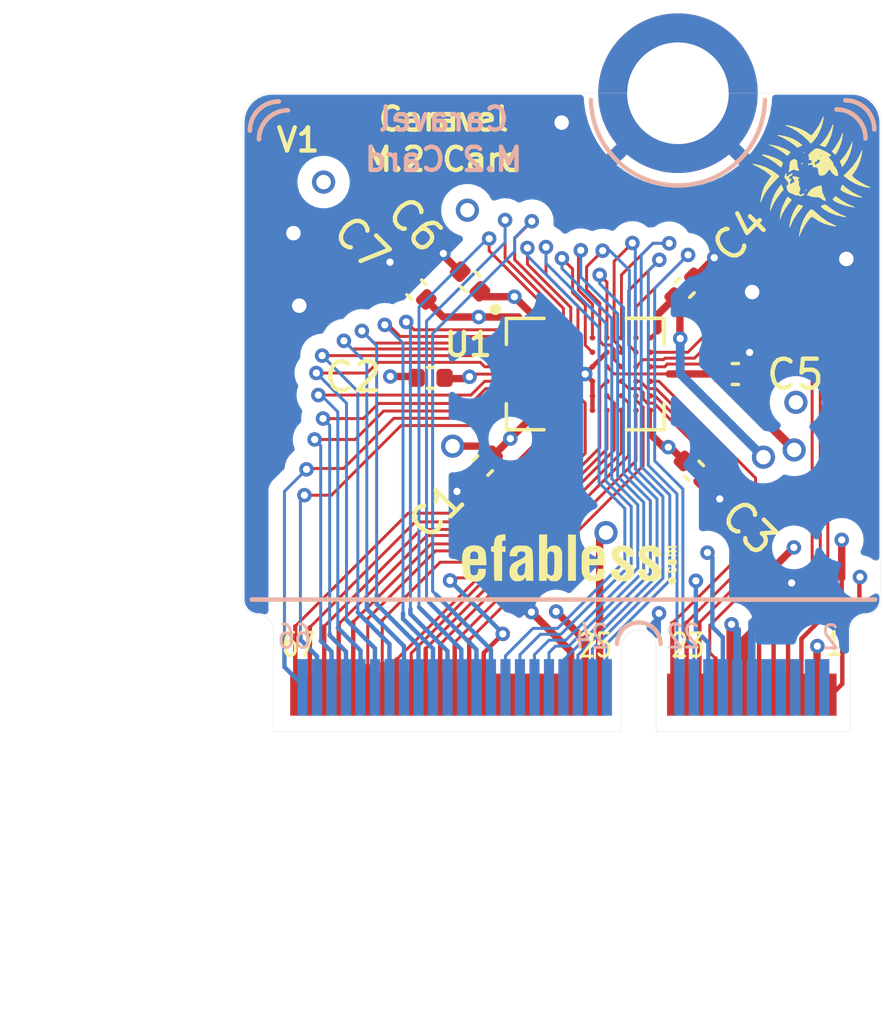
<source format=kicad_pcb>
(kicad_pcb (version 20221018) (generator pcbnew)
  (title_block (title "Carvel Breakout board as M.2 Card ") (rev "1") (company "Efabless") (comment 1 "4-layer Design") (comment 2 "0.8mm PCB") (comment 3 "45 degree chamfered edge"))
  (layers (0 "F.Cu" signal) (1 "In1.Cu" signal "GND") (2 "In2.Cu" signal "PWR") (31 "B.Cu" signal) (34 "B.Paste" user) (35 "F.Paste" user) (36 "B.SilkS" user "B.Silkscreen") (37 "F.SilkS" user "F.Silkscreen") (38 "B.Mask" user) (39 "F.Mask" user) (44 "Edge.Cuts" user))
  (net 0 "")
  (net 1 "GND")
  (net 2 "vccd2")
  (net 3 "vccd1")
  (net 4 "vdda2")
  (net 5 "vdda1")
  (net 6 "vddio")
  (net 7 "vdda")
  (net 8 "vccd")
  (net 14 "~{RST}")
  (net 15 "mprj_io[37]")
  (net 16 "xclk")
  (net 17 "mprj_io[36]")
  (net 18 "Caravel_CSB")
  (net 19 "mprj_io[35]")
  (net 20 "Caravel_D0")
  (net 21 "mprj_io[34]")
  (net 22 "Caravel_D1")
  (net 23 "gpio")
  (net 24 "Caravel_SCK")
  (net 25 "mprj_io[33]")
  (net 26 "mprj_io[32]")
  (net 28 "mprj_io[31]")
  (net 30 "mprj_io[30]")
  (net 32 "mprj_io[29]")
  (net 34 "mprj_io[28]")
  (net 36 "mprj_io[27]")
  (net 37 "mprj_io[0]")
  (net 38 "mprj_io[26]")
  (net 39 "mprj_io[1]_SDO")
  (net 40 "mprj_io[25]")
  (net 41 "mprj_io[2]_SDI")
  (net 42 "mprj_io[24]")
  (net 43 "mprj_io[3]_CSB")
  (net 44 "mprj_io[23]")
  (net 45 "mprj_io[4]_SCK")
  (net 46 "mprj_io[22]")
  (net 47 "mprj_io[5]_ser_rx")
  (net 48 "mprj_io[21]")
  (net 49 "mprj_io[6]_ser_tx")
  (net 50 "mprj_io[20]")
  (net 51 "mprj_io[7]")
  (net 52 "mprj_io[19]")
  (net 53 "mprj_io[8]")
  (net 54 "mprj_io[18]")
  (net 55 "mprj_io[9]")
  (net 56 "mprj_io[17]")
  (net 57 "mprj_io[10]")
  (net 58 "mprj_io[16]")
  (net 59 "mprj_io[11]")
  (net 60 "mprj_io[15]")
  (net 61 "mprj_io[12]")
  (net 62 "mprj_io[14]")
  (net 63 "mprj_io[13]")
  (footprint "Capacitor_SMD:C_0402_1005Metric" (layer "F.Cu") (at 160.542849 170.334934 -45)
    (fp_text reference "C6")
    (fp_text value "0.1uf")
  )
  (footprint "Capacitor_SMD:C_0402_1005Metric" (layer "F.Cu") (at 160.98 176.68 45)
    (fp_text reference "C1")
    (fp_text value "0.1uf")
  )
  (footprint "Caravel_Board:logo_small" (layer "F.Cu") (at 172.289333 166.701566)
    (fp_text reference "T1" hide)
    (fp_text value "Logo" hide)
  )
  (footprint "Capacitor_SMD:C_0402_1005Metric" (layer "F.Cu") (at 168.26 176.86 -45)
    (fp_text reference "C3")
    (fp_text value "0.1uf")
  )
  (footprint "Capacitor_SMD:C_0402_1005Metric" (layer "F.Cu") (at 158.692849 170.614934 -45)
    (fp_text reference "C7")
    (fp_text value "0.1uf")
  )
  (footprint "Caravel_Board:ef_logo" (layer "F.Cu") (at 163.91 179.921401)
    (fp_text reference "T2" hide)
    (fp_text value "Logo" hide)
  )
  (footprint "MicroMod-Sparkfun:MicroMod-M.2-CARD-E-22" (layer "F.Cu") (at 163.761271 185.846951)
    (fp_text reference "J1")
    (fp_text value "MICROMOD-2222-Generic")
    (fp_line (start -11.05 -21) (end -11.05 -4.55) (stroke (width 0.01)) (layer "Edge.Cuts"))
    (fp_line (start -10 0) (end -10 -3.5) (stroke (width 0.01)) (layer "Edge.Cuts"))
    (fp_line (start 2 -2.9) (end 2 0) (stroke (width 0.01)) (layer "Edge.Cuts"))
    (fp_line (start 2 0) (end -10 0) (stroke (width 0.01)) (layer "Edge.Cuts"))
    (fp_line (start 2.2 -22) (end -10.05 -22) (stroke (width 0.01)) (layer "Edge.Cuts"))
    (fp_line (start 3.2 -2.9) (end 3.2 0) (stroke (width 0.01)) (layer "Edge.Cuts"))
    (fp_line (start 9.9 -3.5) (end 9.9 0) (stroke (width 0.01)) (layer "Edge.Cuts"))
    (fp_line (start 9.9 0) (end 3.2 0) (stroke (width 0.01)) (layer "Edge.Cuts"))
    (fp_line (start 9.95 -22) (end 5.7 -22) (stroke (width 0.01)) (layer "Edge.Cuts"))
    (fp_line (start 10.95 -21) (end 10.95 -4.55) (stroke (width 0.01)) (layer "Edge.Cuts"))
    (fp_arc (start -11.05 -21) (mid -10.757106 -21.707106) (end -10.05 -22) (stroke (width 0.01)) (layer "Edge.Cuts"))
    (fp_arc (start -10.525 -4.025) (mid -10.896231 -4.178769) (end -11.05 -4.55) (stroke (width 0.01)) (layer "Edge.Cuts"))
    (fp_arc (start -10.525 -4.025) (mid -10.153769 -3.871231) (end -10 -3.5) (stroke (width 0.01)) (layer "Edge.Cuts"))
    (fp_arc (start 2 -2.9) (mid 2.6 -3.5) (end 3.2 -2.9) (stroke (width 0.01)) (layer "Edge.Cuts"))
    (fp_arc (start 5.7 -22) (mid 3.95 -20.25) (end 2.2 -22) (stroke (width 0.01)) (layer "Edge.Cuts"))
    (fp_arc (start 9.9 -3.5) (mid 10.053769 -3.871231) (end 10.425 -4.025) (stroke (width 0.01)) (layer "Edge.Cuts"))
    (fp_arc (start 9.95 -22) (mid 10.657107 -21.707107) (end 10.95 -21) (stroke (width 0.01)) (layer "Edge.Cuts"))
    (fp_arc (start 10.95 -4.55) (mid 10.796231 -4.178769) (end 10.425 -4.025) (stroke (width 0.01)) (layer "Edge.Cuts"))
  )
  (footprint "Caravel_Board:Caravel_WCSP" (layer "F.Cu") (at 164.512599 173.525184 90)
    (fp_text reference "U1")
    (fp_text value "Caravel")
  )
  (footprint "Capacitor_SMD:C_0402_1005Metric" (layer "F.Cu") (at 167.94 170.55 -135)
    (fp_text reference "C4")
    (fp_text value "0.1uf")
  )
  (footprint "Capacitor_SMD:C_0402_1005Metric" (layer "F.Cu") (at 159.182849 173.657414 180)
    (fp_text reference "C2")
    (fp_text value "0.1uf")
  )
  (footprint "Capacitor_SMD:C_0402_1005Metric" (layer "F.Cu") (at 169.692849 173.524934 180)
    (fp_text reference "C5")
    (fp_text value "0.1uf")
  )
  (gr_text "Caravel" (at 159.63 164.74) (layer "B.SilkS") (effects (font (size 0.8 0.8) (thickness 0.15) bold) (justify mirror)))
  (gr_text "M.2 Card" (at 159.63 166.13) (layer "B.SilkS") (effects (font (size 0.8 0.8) (thickness 0.15) bold) (justify mirror)))
  (gr_text "V1" (at 154.61 165.46) (layer "F.SilkS") (effects (font (size 0.8 0.8) (thickness 0.15) bold)))
  (gr_text "M.2 Card" (at 159.63 166.13) (layer "F.SilkS") (effects (font (size 0.8 0.8) (thickness 0.15) bold)))
  (gr_text "Caravel" (at 159.63 164.74) (layer "F.SilkS") (effects (font (size 0.8 0.8) (thickness 0.15) bold)))
  (segment (start 163.262599 172.923246) (end 163.511839 173.172486) (width 0.1016) (layer "F.Cu") (net 1))
  (segment (start 164.762599 173.775184) (end 164.762599 174.775184) (width 0.1524) (layer "F.Cu") (net 1))
  (segment (start 162.66 181.73) (end 164.010191 183.080191) (width 0.254) (layer "F.Cu") (net 1))
  (segment (start 165.262599 172.775184) (end 164.762599 173.275184) (width 0.1524) (layer "F.Cu") (net 1))
  (segment (start 164.762599 173.275184) (end 164.703099 173.334684) (width 0.1016) (layer "F.Cu") (net 1))
  (segment (start 163.661758 173.527783) (end 164.015198 173.527783) (width 0.1016) (layer "F.Cu") (net 1))
  (segment (start 164.512599 173.525184) (end 164.703099 173.334684) (width 0.1524) (layer "F.Cu") (net 1))
  (segment (start 170.172599 172.790184) (end 170.182599 172.780184) (width 0.254) (layer "F.Cu") (net 1))
  (segment (start 164.512599 173.525184) (end 164.262599 173.275184) (width 0.1524) (layer "F.Cu") (net 1))
  (segment (start 164.512599 173.525184) (end 164.262599 173.775184) (width 0.1524) (layer "F.Cu") (net 1))
  (segment (start 164.512599 173.525184) (end 164.762599 173.775184) (width 0.1524) (layer "F.Cu") (net 1))
  (segment (start 159.62 169.431835) (end 160.203188 170.015023) (width 0.254) (layer "F.Cu") (net 1))
  (segment (start 168.392599 170.100184) (end 168.963099 169.529684) (width 0.254) (layer "F.Cu") (net 1))
  (segment (start 164.010191 183.080191) (end 164.010191 184.574411) (width 0.254) (layer "F.Cu") (net 1))
  (segment (start 160.09 177.57) (end 160.640589 177.019411) (width 0.254) (layer "F.Cu") (net 1))
  (segment (start 163.262599 172.775184) (end 163.262599 172.923246) (width 0.1016) (layer "F.Cu") (net 1))
  (segment (start 158.353188 170.243188) (end 158.353188 170.300773) (width 0.254) (layer "F.Cu") (net 1))
  (segment (start 163.511839 173.377864) (end 163.661758 173.527783) (width 0.1016) (layer "F.Cu") (net 1))
  (segment (start 159.62 169.37) (end 159.62 169.431835) (width 0.254) (layer "F.Cu") (net 1))
  (segment (start 168.963099 169.529684) (end 168.963099 169.514934) (width 0.254) (layer "F.Cu") (net 1))
  (segment (start 169.152809 177.828559) (end 168.594345 177.270095) (width 0.254) (layer "F.Cu") (net 1))
  (segment (start 170.172599 173.550184) (end 170.172599 172.790184) (width 0.254) (layer "F.Cu") (net 1))
  (segment (start 163.511839 173.172486) (end 163.511839 173.377864) (width 0.1016) (layer "F.Cu") (net 1))
  (segment (start 164.015198 173.527783) (end 164.262599 173.775184) (width 0.1016) (layer "F.Cu") (net 1))
  (segment (start 157.79 173.61) (end 158.772783 173.61) (width 0.254) (layer "F.Cu") (net 1))
  (segment (start 157.78 169.67) (end 158.353188 170.243188) (width 0.254) (layer "F.Cu") (net 1))
  (via (at 168.33 180.65) (size 0.5) (drill 0.25) (layers "F.Cu" "B.Cu") (net 1))
  (via (at 157.79 173.61) (size 0.5) (drill 0.25) (layers "F.Cu" "B.Cu") (net 1))
  (via (at 173.52 169.56) (size 0.8) (drill 0.5) (layers "F.Cu" "B.Cu") (net 1))
  (via (at 159.62 169.37) (size 0.5) (drill 0.25) (layers "F.Cu" "B.Cu") (net 1))
  (via (at 162.66 181.73) (size 0.5) (drill 0.25) (layers "F.Cu" "B.Cu") (net 1))
  (via (at 171.63405 180.72405) (size 0.5) (drill 0.25) (layers "F.Cu" "B.Cu") (net 1))
  (via (at 170.182599 172.780184) (size 0.5) (drill 0.25) (layers "F.Cu" "B.Cu") (net 1))
  (via (at 154.45 168.67) (size 0.8) (drill 0.5) (layers "F.Cu" "B.Cu") (net 1))
  (via (at 164.512599 173.525184) (size 0.5) (drill 0.25) (layers "F.Cu" "B.Cu") (net 1))
  (via (at 163.7 164.86) (size 0.8) (drill 0.5) (layers "F.Cu" "B.Cu") (net 1))
  (via (at 154.65 171.17) (size 0.8) (drill 0.5) (layers "F.Cu" "B.Cu") (net 1))
  (via (at 168.963099 169.514934) (size 0.5) (drill 0.25) (layers "F.Cu" "B.Cu") (net 1))
  (via (at 170.27 170.7) (size 0.8) (drill 0.5) (layers "F.Cu" "B.Cu") (net 1))
  (via (at 157.78 169.67) (size 0.5) (drill 0.25) (layers "F.Cu" "B.Cu") (net 1))
  (via (at 167.06 181.77) (size 0.5) (drill 0.25) (layers "F.Cu" "B.Cu") (net 1))
  (via (at 169.152809 177.828559) (size 0.5) (drill 0.25) (layers "F.Cu" "B.Cu") (net 1))
  (via (at 160.09 177.57) (size 0.5) (drill 0.25) (layers "F.Cu" "B.Cu") (net 1))
  (segment (start 170.261131 182.096969) (end 170.261131 184.322951) (width 0.254) (layer "B.Cu") (net 1))
  (segment (start 171.63405 180.72405) (end 170.261131 182.096969) (width 0.254) (layer "B.Cu") (net 1))
  (segment (start 168.759991 182.789991) (end 168.759991 184.322951) (width 0.1524) (layer "B.Cu") (net 1))
  (segment (start 168.33 182.36) (end 168.759991 182.789991) (width 0.1524) (layer "B.Cu") (net 1))
  (segment (start 168.33 180.65) (end 168.33 182.36) (width 0.1524) (layer "B.Cu") (net 1))
  (segment (start 173.97 181.45) (end 173.97 180.58) (width 0.1524) (layer "F.Cu") (net 2))
  (segment (start 159.612415 171.56) (end 159.03201 170.979595) (width 0.254) (layer "F.Cu") (net 2))
  (segment (start 162.212415 171.56) (end 160.84 171.56) (width 0.254) (layer "F.Cu") (net 2))
  (segment (start 162.762599 172.110184) (end 162.762599 172.275184) (width 0.1016) (layer "F.Cu") (net 2))
  (segment (start 160.84 171.56) (end 159.612415 171.56) (width 0.254) (layer "F.Cu") (net 2))
  (segment (start 173.38 184.203822) (end 173.38 182.04) (width 0.1524) (layer "F.Cu") (net 2))
  (segment (start 162.212415 171.56) (end 162.762599 172.110184) (width 0.1016) (layer "F.Cu") (net 2))
  (segment (start 173.38 182.04) (end 173.97 181.45) (width 0.1524) (layer "F.Cu") (net 2))
  (segment (start 173.009411 184.574411) (end 173.38 184.203822) (width 0.1524) (layer "F.Cu") (net 2))
  (via (at 173.99 180.52) (size 0.5) (drill 0.25) (layers "F.Cu" "B.Cu") (net 2))
  (via (at 160.84 171.56) (size 0.5) (drill 0.25) (layers "F.Cu" "B.Cu") (net 2))
  (via (at 160.45 167.88) (size 0.8) (drill 0.5) (layers "F.Cu" "B.Cu") (net 2))
  (segment (start 164.510571 182.710571) (end 164.510571 184.574411) (width 0.254) (layer "F.Cu") (net 3))
  (segment (start 162.762599 174.916401) (end 162.420099 175.258901) (width 0.1016) (layer "F.Cu") (net 3))
  (segment (start 161.338411 176.340589) (end 161.9295 175.7495) (width 0.254) (layer "F.Cu") (net 3))
  (segment (start 161.9295 175.7495) (end 162.420099 175.258901) (width 0.254) (layer "F.Cu") (net 3))
  (segment (start 161.319411 176.340589) (end 161.338411 176.340589) (width 0.254) (layer "F.Cu") (net 3))
  (segment (start 160.988822 176.01) (end 161.319411 176.340589) (width 0.254) (layer "F.Cu") (net 3))
  (segment (start 159.94 176.01) (end 160.988822 176.01) (width 0.254) (layer "F.Cu") (net 3))
  (segment (start 163.51 181.71) (end 164.510571 182.710571) (width 0.254) (layer "F.Cu") (net 3))
  (segment (start 162.762599 174.775184) (end 162.762599 174.916401) (width 0.1016) (layer "F.Cu") (net 3))
  (via (at 159.94 176.01) (size 0.8) (drill 0.5) (layers "F.Cu" "B.Cu") (net 3))
  (via (at 163.51 181.71) (size 0.5) (drill 0.25) (layers "F.Cu" "B.Cu") (net 3))
  (via (at 161.9295 175.7495) (size 0.5) (drill 0.25) (layers "F.Cu" "B.Cu") (net 3))
  (segment (start 169.212599 173.550184) (end 169.185 173.522585) (width 0.254) (layer "F.Cu") (net 4))
  (segment (start 171.72 176.14) (end 169.212849 173.632849) (width 0.3048) (layer "F.Cu") (net 4))
  (segment (start 165.262599 173.275184) (end 165.51 173.522585) (width 0.1016) (layer "F.Cu") (net 4))
  (segment (start 170.009671 182.650329) (end 170.89 181.77) (width 0.254) (layer "F.Cu") (net 4))
  (segment (start 169.185 173.522585) (end 167.410198 173.522585) (width 0.254) (layer "F.Cu") (net 4))
  (segment (start 170.89 181.77) (end 170.89 180.32) (width 0.254) (layer "F.Cu") (net 4))
  (segment (start 170.009671 184.574411) (end 170.009671 182.650329) (width 0.254) (layer "F.Cu") (net 4))
  (segment (start 165.51 173.522585) (end 167.410198 173.522585) (width 0.1016) (layer "F.Cu") (net 4))
  (segment (start 170.89 180.32) (end 171.71 179.5) (width 0.254) (layer "F.Cu") (net 4))
  (segment (start 169.212849 173.632849) (end 169.212849 173.524934) (width 0.254) (layer "F.Cu") (net 4))
  (via (at 171.71 179.5) (size 0.5) (drill 0.25) (layers "F.Cu" "B.Cu") (net 4))
  (via (at 171.72 176.14) (size 0.8) (drill 0.5) (layers "F.Cu" "B.Cu") (net 4))
  (segment (start 165.010951 182.569049) (end 165.010951 182.63) (width 0.1524) (layer "F.Cu") (net 5))
  (segment (start 160.522599 173.620184) (end 160.614999 173.527784) (width 0.1016) (layer "F.Cu") (net 5))
  (segment (start 160.522599 173.620184) (end 160.460119 173.682664) (width 0.254) (layer "F.Cu") (net 5))
  (segment (start 160.614999 173.527784) (end 163.374376 173.527784) (width 0.1016) (layer "F.Cu") (net 5))
  (segment (start 163.621776 173.775184) (end 163.762599 173.775184) (width 0.1016) (layer "F.Cu") (net 5))
  (segment (start 165.010951 179.209049) (end 165.010951 182.529049) (width 0.254) (layer "F.Cu") (net 5))
  (segment (start 160.460119 173.682664) (end 159.785599 173.682664) (width 0.254) (layer "F.Cu") (net 5))
  (segment (start 163.374376 173.527784) (end 163.621776 173.775184) (width 0.1016) (layer "F.Cu") (net 5))
  (segment (start 165.23 178.99) (end 165.010951 179.209049) (width 0.254) (layer "F.Cu") (net 5))
  (segment (start 165.010951 182.529049) (end 165.010951 182.63) (width 0.1524) (layer "F.Cu") (net 5))
  (segment (start 165.010951 182.63) (end 165.010951 184.574411) (width 0.254) (layer "F.Cu") (net 5))
  (via (at 160.522599 173.620184) (size 0.5) (drill 0.25) (layers "F.Cu" "B.Cu") (net 5))
  (via (at 165.23 178.99) (size 0.8) (drill 0.5) (layers "F.Cu" "B.Cu") (net 5))
  (segment (start 163.762599 173.275184) (end 163.762599 173.135864) (width 0.1016) (layer "F.Cu") (net 6))
  (segment (start 163.367515 172.527783) (end 163.154516 172.527783) (width 0.1016) (layer "F.Cu") (net 6))
  (segment (start 163.762599 173.135864) (end 163.51 172.883265) (width 0.1016) (layer "F.Cu") (net 6))
  (segment (start 163.01 172.383267) (end 163.01 171.8) (width 0.1016) (layer "F.Cu") (net 6))
  (segment (start 172.509031 182.910969) (end 172.509031 184.574411) (width 0.254) (layer "F.Cu") (net 6))
  (segment (start 163.154516 172.527783) (end 163.01 172.383267) (width 0.1016) (layer "F.Cu") (net 6))
  (segment (start 162.070772 170.860773) (end 162.846391 171.636392) (width 0.254) (layer "F.Cu") (net 6))
  (segment (start 163.51 172.670268) (end 163.367515 172.527783) (width 0.1016) (layer "F.Cu") (net 6))
  (segment (start 160.88201 170.699595) (end 161.043188 170.860773) (width 0.254) (layer "F.Cu") (net 6))
  (segment (start 163.51 172.883265) (end 163.51 172.670268) (width 0.1016) (layer "F.Cu") (net 6))
  (segment (start 163.01 171.8) (end 162.846391 171.636392) (width 0.1016) (layer "F.Cu") (net 6))
  (segment (start 161.043188 170.860773) (end 162.070772 170.860773) (width 0.254) (layer "F.Cu") (net 6))
  (via (at 172.52 182.9) (size 0.5) (drill 0.25) (layers "F.Cu" "B.Cu") (net 6))
  (via (at 168.73 179.68) (size 0.5) (drill 0.25) (layers "F.Cu" "B.Cu") (net 6))
  (via (at 155.49 166.91) (size 0.8) (drill 0.5) (layers "F.Cu" "B.Cu") (net 6))
  (via (at 162.070772 170.860773) (size 0.5) (drill 0.25) (layers "F.Cu" "B.Cu") (net 6))
  (segment (start 168.73 179.68) (end 168.9 179.85) (width 0.1524) (layer "B.Cu") (net 6))
  (segment (start 169.260371 182.600371) (end 169.260371 184.322951) (width 0.1524) (layer "B.Cu") (net 6))
  (segment (start 168.9 179.85) (end 168.9 182.24) (width 0.1524) (layer "B.Cu") (net 6))
  (segment (start 168.9 182.24) (end 169.260371 182.600371) (width 0.1524) (layer "B.Cu") (net 6))
  (segment (start 167.46 176.06) (end 167.911273 176.511273) (width 0.254) (layer "F.Cu") (net 7))
  (segment (start 166.78941 175.61941) (end 166.78941 175.606995) (width 0.254) (layer "F.Cu") (net 7))
  (segment (start 173.36 181.26) (end 171.97 182.65) (width 0.1524) (layer "F.Cu") (net 7))
  (segment (start 173.36 180.55) (end 173.36 181.26) (width 0.1524) (layer "F.Cu") (net 7))
  (segment (start 167.21575 176.04575) (end 166.78941 175.61941) (width 0.254) (layer "F.Cu") (net 7))
  (segment (start 173.36 179.24) (end 173.36 180.55) (width 0.254) (layer "F.Cu") (net 7))
  (segment (start 166.762599 175.594434) (end 166.762599 174.775184) (width 0.1016) (layer "F.Cu") (net 7))
  (segment (start 171.97 182.65) (end 171.97 184.53322) (width 0.1524) (layer "F.Cu") (net 7))
  (segment (start 171.97 184.53322) (end 172.011191 184.574411) (width 0.1524) (layer "F.Cu") (net 7))
  (via (at 171.78 174.5) (size 0.8) (drill 0.5) (layers "F.Cu" "B.Cu") (net 7))
  (via (at 167.38 176.04575) (size 0.5) (drill 0.25) (layers "F.Cu" "B.Cu") (net 7))
  (via (at 173.36 179.24) (size 0.5) (drill 0.25) (layers "F.Cu" "B.Cu") (net 7))
  (segment (start 167.02 171.472783) (end 167.02 172.017783) (width 0.254) (layer "F.Cu") (net 8))
  (segment (start 166.762599 172.275184) (end 166.995099 172.042684) (width 0.1016) (layer "F.Cu") (net 8))
  (segment (start 167.02 172.017783) (end 166.995099 172.042684) (width 0.254) (layer "F.Cu") (net 8))
  (segment (start 169.56 182.15) (end 169.509291 182.200709) (width 0.254) (layer "F.Cu") (net 8))
  (segment (start 167.78 171.068822) (end 167.78 172.29) (width 0.254) (layer "F.Cu") (net 8))
  (segment (start 167.78 172.29) (end 167.79 172.3) (width 0.254) (layer "F.Cu") (net 8))
  (segment (start 167.713777 170.779006) (end 167.02 171.472783) (width 0.254) (layer "F.Cu") (net 8))
  (segment (start 167.600589 170.889411) (end 167.78 171.068822) (width 0.254) (layer "F.Cu") (net 8))
  (segment (start 169.509291 182.200709) (end 169.509291 184.574411) (width 0.254) (layer "F.Cu") (net 8))
  (via (at 167.79 172.3) (size 0.5) (drill 0.25) (layers "F.Cu" "B.Cu") (net 8))
  (via (at 170.66 176.39) (size 0.8) (drill 0.5) (layers "F.Cu" "B.Cu") (net 8))
  (via (at 169.56 182.15) (size 0.5) (drill 0.25) (layers "F.Cu" "B.Cu") (net 8))
  (segment (start 169.56 182.15) (end 169.760751 182.350751) (width 0.254) (layer "B.Cu") (net 8))
  (segment (start 169.760751 182.350751) (end 169.760751 184.322951) (width 0.254) (layer "B.Cu") (net 8))
  (segment (start 170.66 176.39) (end 167.79 173.52) (width 0.3048) (layer "B.Cu") (net 8))
  (segment (start 167.79 173.52) (end 167.79 172.3) (width 0.3048) (layer "B.Cu") (net 8))
  (segment (start 172.88 172.43) (end 172.88 181.31) (width 0.1016) (layer "F.Cu") (net 14))
  (segment (start 172.23 181.96092) (end 171.510811 182.680109) (width 0.1016) (layer "F.Cu") (net 14))
  (segment (start 172.88 181.31) (end 172.23 181.96) (width 0.1016) (layer "F.Cu") (net 14))
  (segment (start 169.19 171.64) (end 172.09 171.64) (width 0.1016) (layer "F.Cu") (net 14))
  (segment (start 172.23 181.96) (end 172.23 181.96092) (width 0.1016) (layer "F.Cu") (net 14))
  (segment (start 168.054816 172.775184) (end 169.19 171.64) (width 0.1016) (layer "F.Cu") (net 14))
  (segment (start 171.510811 182.680109) (end 171.510811 184.574411) (width 0.1524) (layer "F.Cu") (net 14))
  (segment (start 172.09 171.64) (end 172.88 172.43) (width 0.1016) (layer "F.Cu") (net 14))
  (segment (start 166.762599 172.775184) (end 168.054816 172.775184) (width 0.1016) (layer "F.Cu") (net 14))
  (segment (start 166.262599 171.217401) (end 166.262599 172.275184) (width 0.1016) (layer "F.Cu") (net 15))
  (segment (start 168.06 169.42) (end 166.262599 171.217401) (width 0.1016) (layer "F.Cu") (net 15))
  (via (at 168.06 169.42) (size 0.5) (drill 0.25) (layers "F.Cu" "B.Cu") (net 15))
  (segment (start 166.91 176.52) (end 167.8814 177.4914) (width 0.1016) (layer "B.Cu") (net 15))
  (segment (start 168.259611 182.939611) (end 168.259611 184.322951) (width 0.1016) (layer "B.Cu") (net 15))
  (segment (start 167.8814 177.4914) (end 167.8814 182.5614) (width 0.1016) (layer "B.Cu") (net 15))
  (segment (start 168.06 169.42) (end 166.91 170.57) (width 0.1016) (layer "B.Cu") (net 15))
  (segment (start 166.91 170.57) (end 166.91 176.52) (width 0.1016) (layer "B.Cu") (net 15))
  (segment (start 167.8814 182.5614) (end 168.259611 182.939611) (width 0.1016) (layer "B.Cu") (net 15))
  (segment (start 167.26177 172.978395) (end 168.281605 172.978395) (width 0.1016) (layer "F.Cu") (net 16))
  (segment (start 172.62 172.73) (end 172.62 181.14) (width 0.1016) (layer "F.Cu") (net 16))
  (segment (start 166.51 173.027783) (end 167.212382 173.027783) (width 0.1016) (layer "F.Cu") (net 16))
  (segment (start 166.262599 173.275184) (end 166.51 173.027783) (width 0.1016) (layer "F.Cu") (net 16))
  (segment (start 169.35 171.91) (end 171.8 171.91) (width 0.1016) (layer "F.Cu") (net 16))
  (segment (start 171.010431 182.749569) (end 171.010431 184.574411) (width 0.1524) (layer "F.Cu") (net 16))
  (segment (start 168.281605 172.978395) (end 169.35 171.91) (width 0.1016) (layer "F.Cu") (net 16))
  (segment (start 171.8 171.91) (end 172.62 172.73) (width 0.1016) (layer "F.Cu") (net 16))
  (segment (start 172.62 181.14) (end 171.010431 182.749569) (width 0.1016) (layer "F.Cu") (net 16))
  (segment (start 167.212382 173.027783) (end 167.26177 172.978395) (width 0.1016) (layer "F.Cu") (net 16))
  (segment (start 167.069744 169.589915) (end 166.015198 170.644461) (width 0.1016) (layer "F.Cu") (net 17))
  (segment (start 166.015198 170.644461) (end 166.015198 172.527783) (width 0.1016) (layer "F.Cu") (net 17))
  (segment (start 166.015198 172.527783) (end 166.262599 172.775184) (width 0.1016) (layer "F.Cu") (net 17))
  (via (at 167.069744 169.589915) (size 0.5) (drill 0.25) (layers "F.Cu" "B.Cu") (net 17))
  (segment (start 166.69 176.67) (end 167.6782 177.6582) (width 0.1016) (layer "B.Cu") (net 17))
  (segment (start 167.069744 169.589915) (end 166.69 169.969659) (width 0.1016) (layer "B.Cu") (net 17))
  (segment (start 167.6782 177.6582) (end 167.6782 184.24192) (width 0.1016) (layer "B.Cu") (net 17))
  (segment (start 166.69 169.969659) (end 166.69 176.67) (width 0.1016) (layer "B.Cu") (net 17))
  (segment (start 167.6782 184.24192) (end 167.759231 184.322951) (width 0.1016) (layer "B.Cu") (net 17))
  (segment (start 167.345942 173.181606) (end 167.252364 173.275184) (width 0.1016) (layer "F.Cu") (net 18))
  (segment (start 171.66 172.25) (end 169.405908 172.25) (width 0.1016) (layer "F.Cu") (net 18))
  (segment (start 169.405908 172.25) (end 168.474302 173.181606) (width 0.1016) (layer "F.Cu") (net 18))
  (segment (start 167.252364 173.275184) (end 166.762599 173.275184) (width 0.1016) (layer "F.Cu") (net 18))
  (segment (start 172.34 180.912632) (end 172.34 172.93) (width 0.1016) (layer "F.Cu") (net 18))
  (segment (start 172.34 172.93) (end 171.66 172.25) (width 0.1016) (layer "F.Cu") (net 18))
  (segment (start 168.474302 173.181606) (end 167.345942 173.181606) (width 0.1016) (layer "F.Cu") (net 18))
  (segment (start 170.510051 184.574411) (end 170.510051 182.742581) (width 0.1524) (layer "F.Cu") (net 18))
  (segment (start 170.510051 182.742581) (end 172.34 180.912632) (width 0.1016) (layer "F.Cu") (net 18))
  (segment (start 166.85 169.02) (end 165.762599 170.107401) (width 0.1016) (layer "F.Cu") (net 19))
  (segment (start 165.762599 170.107401) (end 165.762599 172.275184) (width 0.1016) (layer "F.Cu") (net 19))
  (segment (start 167.41 169.02) (end 166.85 169.02) (width 0.1016) (layer "F.Cu") (net 19))
  (via (at 167.41 169.02) (size 0.5) (drill 0.25) (layers "F.Cu" "B.Cu") (net 19))
  (segment (start 166.444116 176.711484) (end 167.43 177.697368) (width 0.1016) (layer "B.Cu") (net 19))
  (segment (start 167.43 177.697368) (end 167.43 180.64) (width 0.1016) (layer "B.Cu") (net 19))
  (segment (start 167.41 169.02) (end 166.85 169.02) (width 0.1016) (layer "B.Cu") (net 19))
  (segment (start 165.259871 182.810129) (end 165.259871 184.322951) (width 0.1016) (layer "B.Cu") (net 19))
  (segment (start 166.85 169.02) (end 166.444116 169.425884) (width 0.1016) (layer "B.Cu") (net 19))
  (segment (start 166.444116 169.425884) (end 166.444116 176.711484) (width 0.1016) (layer "B.Cu") (net 19))
  (segment (start 167.43 180.64) (end 165.259871 182.810129) (width 0.1016) (layer "B.Cu") (net 19))
  (segment (start 169.008911 184.574411) (end 169.008911 183.328911) (width 0.1524) (layer "F.Cu") (net 20))
  (segment (start 169.008911 183.328911) (end 168.81 183.13) (width 0.1016) (layer "F.Cu") (net 20))
  (segment (start 168.81 182.19) (end 170.39 180.61) (width 0.1016) (layer "F.Cu") (net 20))
  (segment (start 170.39 177.11) (end 167.055184 173.775184) (width 0.1016) (layer "F.Cu") (net 20))
  (segment (start 167.055184 173.775184) (end 166.762599 173.775184) (width 0.1016) (layer "F.Cu") (net 20))
  (segment (start 168.81 183.13) (end 168.81 182.19) (width 0.1016) (layer "F.Cu") (net 20))
  (segment (start 170.39 180.61) (end 170.39 177.11) (width 0.1016) (layer "F.Cu") (net 20))
  (segment (start 165.508147 172.379512) (end 165.762599 172.633964) (width 0.1016) (layer "F.Cu") (net 21))
  (segment (start 165.762599 172.633964) (end 165.762599 172.775184) (width 0.1016) (layer "F.Cu") (net 21))
  (segment (start 166.14 169.01) (end 165.509999 169.640001) (width 0.1016) (layer "F.Cu") (net 21))
  (segment (start 165.509999 169.640001) (end 165.509999 172.377661) (width 0.1016) (layer "F.Cu") (net 21))
  (segment (start 165.509999 172.377661) (end 165.508147 172.379512) (width 0.1016) (layer "F.Cu") (net 21))
  (via (at 166.14 169.01) (size 0.5) (drill 0.25) (layers "F.Cu" "B.Cu") (net 21))
  (segment (start 166.14 169.01) (end 166.240916 169.110916) (width 0.1016) (layer "B.Cu") (net 21))
  (segment (start 164.759491 182.997877) (end 164.759491 184.322951) (width 0.1016) (layer "B.Cu") (net 21))
  (segment (start 166.240916 169.110916) (end 166.240916 176.795652) (width 0.1016) (layer "B.Cu") (net 21))
  (segment (start 167.1932 180.564168) (end 164.759491 182.997877) (width 0.1016) (layer "B.Cu") (net 21))
  (segment (start 166.240916 176.795652) (end 167.1932 177.747936) (width 0.1016) (layer "B.Cu") (net 21))
  (segment (start 167.1932 177.747936) (end 167.1932 180.564168) (width 0.1016) (layer "B.Cu") (net 21))
  (segment (start 170.13 177.201666) (end 170.13 180.41) (width 0.1016) (layer "F.Cu") (net 22))
  (segment (start 166.408899 173.775184) (end 166.661497 174.027784) (width 0.1016) (layer "F.Cu") (net 22))
  (segment (start 166.956118 174.027784) (end 170.13 177.201666) (width 0.1016) (layer "F.Cu") (net 22))
  (segment (start 168.45 184.51334) (end 168.511071 184.574411) (width 0.1016) (layer "F.Cu") (net 22))
  (segment (start 166.262599 173.775184) (end 166.408899 173.775184) (width 0.1016) (layer "F.Cu") (net 22))
  (segment (start 168.45 182.09) (end 168.45 184.51334) (width 0.1524) (layer "F.Cu") (net 22))
  (segment (start 166.661497 174.027784) (end 166.956118 174.027784) (width 0.1016) (layer "F.Cu") (net 22))
  (segment (start 170.13 180.41) (end 168.45 182.09) (width 0.1016) (layer "F.Cu") (net 22))
  (segment (start 166.91615 174.275184) (end 166.762599 174.275184) (width 0.1016) (layer "F.Cu") (net 23))
  (segment (start 168.010691 182.089309) (end 168.010691 184.574411) (width 0.1524) (layer "F.Cu") (net 23))
  (segment (start 169.715483 177.074517) (end 169.89 177.249034) (width 0.1016) (layer "F.Cu") (net 23))
  (segment (start 169.89 177.249034) (end 169.89 180.21) (width 0.1016) (layer "F.Cu") (net 23))
  (segment (start 169.89 180.21) (end 168.010691 182.089309) (width 0.1016) (layer "F.Cu") (net 23))
  (segment (start 169.795483 177.154517) (end 166.91615 174.275184) (width 0.1016) (layer "F.Cu") (net 23))
  (segment (start 169.64 177.286402) (end 166.881381 174.527783) (width 0.1016) (layer "F.Cu") (net 24))
  (segment (start 166.514119 174.167787) (end 166.374115 174.027783) (width 0.1016) (layer "F.Cu") (net 24))
  (segment (start 167.52 184.564722) (end 167.52 182.11) (width 0.1524) (layer "F.Cu") (net 24))
  (segment (start 166.374115 174.027783) (end 166.015198 174.027783) (width 0.1016) (layer "F.Cu") (net 24))
  (segment (start 166.655658 174.527783) (end 166.514119 174.386244) (width 0.1016) (layer "F.Cu") (net 24))
  (segment (start 167.52 182.11) (end 169.64 179.99) (width 0.1016) (layer "F.Cu") (net 24))
  (segment (start 166.881381 174.527783) (end 166.655658 174.527783) (width 0.1016) (layer "F.Cu") (net 24))
  (segment (start 169.64 179.99) (end 169.64 177.286402) (width 0.1016) (layer "F.Cu") (net 24))
  (segment (start 166.015198 174.027783) (end 165.762599 173.775184) (width 0.1016) (layer "F.Cu") (net 24))
  (segment (start 167.510311 184.574411) (end 167.52 184.564722) (width 0.1016) (layer "F.Cu") (net 24))
  (segment (start 166.514119 174.386244) (end 166.514119 174.167787) (width 0.1016) (layer "F.Cu") (net 24))
  (segment (start 165.015198 172.393937) (end 165.143846 172.522585) (width 0.1016) (layer "F.Cu") (net 25))
  (segment (start 165.143846 172.522585) (end 165.363838 172.522585) (width 0.1016) (layer "F.Cu") (net 25))
  (segment (start 165.115 169.275) (end 164.56 169.83) (width 0.1016) (layer "F.Cu") (net 25))
  (segment (start 165.515198 173.027783) (end 165.762599 173.275184) (width 0.1016) (layer "F.Cu") (net 25))
  (segment (start 164.56 169.83) (end 164.56 170.625788) (width 0.1016) (layer "F.Cu") (net 25))
  (segment (start 165.363838 172.522585) (end 165.515198 172.673945) (width 0.1016) (layer "F.Cu") (net 25))
  (segment (start 165.515198 172.673945) (end 165.515198 173.027783) (width 0.1016) (layer "F.Cu") (net 25))
  (segment (start 165.015198 171.080986) (end 165.015198 172.393937) (width 0.1016) (layer "F.Cu") (net 25))
  (segment (start 164.56 170.625788) (end 165.015198 171.080986) (width 0.1016) (layer "F.Cu") (net 25))
  (via (at 165.115 169.275) (size 0.5) (drill 0.25) (layers "F.Cu" "B.Cu") (net 25))
  (segment (start 166.99 180.48) (end 164.259111 183.210889) (width 0.1016) (layer "B.Cu") (net 25))
  (segment (start 164.259111 183.210889) (end 164.259111 184.322951) (width 0.1016) (layer "B.Cu") (net 25))
  (segment (start 166.037716 169.947716) (end 166.037716 176.87982) (width 0.1016) (layer "B.Cu") (net 25))
  (segment (start 166.99 177.832104) (end 166.99 180.48) (width 0.1016) (layer "B.Cu") (net 25))
  (segment (start 165.115 169.275) (end 165.365 169.275) (width 0.1016) (layer "B.Cu") (net 25))
  (segment (start 166.037716 176.87982) (end 166.99 177.832104) (width 0.1016) (layer "B.Cu") (net 25))
  (segment (start 165.365 169.275) (end 166.037716 169.947716) (width 0.1016) (layer "B.Cu") (net 25))
  (segment (start 165.0119 170.11) (end 165.262599 170.360699) (width 0.1016) (layer "F.Cu") (net 26))
  (segment (start 165.262599 170.360699) (end 165.262599 172.275184) (width 0.1016) (layer "F.Cu") (net 26))
  (via (at 165.0119 170.11) (size 0.5) (drill 0.25) (layers "F.Cu" "B.Cu") (net 26))
  (segment (start 163.761271 183.388729) (end 163.761271 184.322951) (width 0.1016) (layer "B.Cu") (net 26))
  (segment (start 165.834516 176.963988) (end 166.76 177.889472) (width 0.1016) (layer "B.Cu") (net 26))
  (segment (start 166.76 177.889472) (end 166.76 180.39) (width 0.1016) (layer "B.Cu") (net 26))
  (segment (start 165.834516 171.234516) (end 165.834516 176.963988) (width 0.1016) (layer "B.Cu") (net 26))
  (segment (start 166.76 180.39) (end 163.761271 183.388729) (width 0.1016) (layer "B.Cu") (net 26))
  (segment (start 165.0119 170.4119) (end 165.834516 171.234516) (width 0.1016) (layer "B.Cu") (net 26))
  (segment (start 165.0119 170.11) (end 165.0119 170.4119) (width 0.1016) (layer "B.Cu") (net 26))
  (segment (start 164.36 169.26) (end 164.28 169.34) (width 0.1016) (layer "F.Cu") (net 28))
  (segment (start 164.28 170.633141) (end 164.762599 171.11574) (width 0.1016) (layer "F.Cu") (net 28))
  (segment (start 164.28 169.34) (end 164.28 170.633141) (width 0.1016) (layer "F.Cu") (net 28))
  (segment (start 164.762599 171.11574) (end 164.762599 172.275184) (width 0.1016) (layer "F.Cu") (net 28))
  (via (at 164.36 169.26) (size 0.5) (drill 0.25) (layers "F.Cu" "B.Cu") (net 28))
  (segment (start 164.36 169.26) (end 164.36 170.18) (width 0.1016) (layer "B.Cu") (net 28))
  (segment (start 164.36 170.18) (end 165.631316 171.451316) (width 0.1016) (layer "B.Cu") (net 28))
  (segment (start 165.631316 171.451316) (end 165.631316 177.048156) (width 0.1016) (layer "B.Cu") (net 28))
  (segment (start 166.53 180.32) (end 163.95 182.9) (width 0.1016) (layer "B.Cu") (net 28))
  (segment (start 163.263431 183.126569) (end 163.263431 184.322951) (width 0.1016) (layer "B.Cu") (net 28))
  (segment (start 165.631316 177.048156) (end 166.53 177.94684) (width 0.1016) (layer "B.Cu") (net 28))
  (segment (start 166.53 177.94684) (end 166.53 180.32) (width 0.1016) (layer "B.Cu") (net 28))
  (segment (start 163.49 182.9) (end 163.263431 183.126569) (width 0.1016) (layer "B.Cu") (net 28))
  (segment (start 163.95 182.9) (end 163.49 182.9) (width 0.1016) (layer "B.Cu") (net 28))
  (segment (start 164.762599 172.775184) (end 164.515198 172.527783) (width 0.1016) (layer "F.Cu") (net 30))
  (segment (start 164.515198 172.527783) (end 164.515198 171.155707) (width 0.1016) (layer "F.Cu") (net 30))
  (segment (start 164.515198 171.155707) (end 164.0768 170.717309) (width 0.1016) (layer "F.Cu") (net 30))
  (segment (start 164.0768 170.717309) (end 164.0768 169.9068) (width 0.1016) (layer "F.Cu") (net 30))
  (segment (start 164.0768 169.9068) (end 163.71 169.54) (width 0.1016) (layer "F.Cu") (net 30))
  (via (at 163.71 169.54) (size 0.5) (drill 0.25) (layers "F.Cu" "B.Cu") (net 30))
  (segment (start 163.71 169.89) (end 165.428116 171.608116) (width 0.1016) (layer "B.Cu") (net 30))
  (segment (start 166.3268 178.031008) (end 166.3268 180.2132) (width 0.1016) (layer "B.Cu") (net 30))
  (segment (start 165.428116 177.132324) (end 166.3268 178.031008) (width 0.1016) (layer "B.Cu") (net 30))
  (segment (start 166.3268 180.2132) (end 163.8432 182.6968) (width 0.1016) (layer "B.Cu") (net 30))
  (segment (start 163.8432 182.6968) (end 163.2632 182.6968) (width 0.1016) (layer "B.Cu") (net 30))
  (segment (start 163.71 169.54) (end 163.71 169.89) (width 0.1016) (layer "B.Cu") (net 30))
  (segment (start 162.763051 183.196949) (end 162.763051 184.322951) (width 0.1016) (layer "B.Cu") (net 30))
  (segment (start 163.2632 182.6968) (end 162.763051 183.196949) (width 0.1016) (layer "B.Cu") (net 30))
  (segment (start 165.428116 171.608116) (end 165.428116 177.132324) (width 0.1016) (layer "B.Cu") (net 30))
  (segment (start 163.16 169.15) (end 163.16 170.087908) (width 0.1016) (layer "F.Cu") (net 32))
  (segment (start 163.16 170.087908) (end 163.401046 170.328954) (width 0.1016) (layer "F.Cu") (net 32))
  (segment (start 163.401046 170.328954) (end 164.262599 171.190506) (width 0.1016) (layer "F.Cu") (net 32))
  (segment (start 164.262599 171.190506) (end 164.262599 172.275184) (width 0.1016) (layer "F.Cu") (net 32))
  (via (at 163.16 169.15) (size 0.5) (drill 0.25) (layers "F.Cu" "B.Cu") (net 32))
  (segment (start 165.224916 171.774916) (end 163.16 169.71) (width 0.1016) (layer "B.Cu") (net 32))
  (segment (start 162.262671 183.197329) (end 162.9664 182.4936) (width 0.1016) (layer "B.Cu") (net 32))
  (segment (start 162.262671 184.322951) (end 162.262671 183.197329) (width 0.1016) (layer "B.Cu") (net 32))
  (segment (start 162.9664 182.4936) (end 163.6764 182.4936) (width 0.1016) (layer "B.Cu") (net 32))
  (segment (start 165.224916 177.216492) (end 165.224916 171.774916) (width 0.1016) (layer "B.Cu") (net 32))
  (segment (start 163.16 169.71) (end 163.16 169.15) (width 0.1016) (layer "B.Cu") (net 32))
  (segment (start 163.6764 182.4936) (end 166.1 180.07) (width 0.1016) (layer "B.Cu") (net 32))
  (segment (start 166.1 178.091576) (end 165.224916 177.216492) (width 0.1016) (layer "B.Cu") (net 32))
  (segment (start 166.1 180.07) (end 166.1 178.091576) (width 0.1016) (layer "B.Cu") (net 32))
  (segment (start 164.015198 171.230488) (end 164.015198 172.527783) (width 0.1016) (layer "F.Cu") (net 34))
  (segment (start 164.015198 172.527783) (end 164.262599 172.775184) (width 0.1016) (layer "F.Cu") (net 34))
  (segment (start 164.015184 171.230488) (end 164.015198 171.230488) (width 0.1016) (layer "F.Cu") (net 34))
  (segment (start 162.52 169.18) (end 162.52 169.735304) (width 0.1016) (layer "F.Cu") (net 34))
  (segment (start 162.52 169.735304) (end 164.015184 171.230488) (width 0.1016) (layer "F.Cu") (net 34))
  (via (at 162.52 169.18) (size 0.5) (drill 0.25) (layers "F.Cu" "B.Cu") (net 34))
  (segment (start 164.99 171.924298) (end 164.99 177.268944) (width 0.1016) (layer "B.Cu") (net 34))
  (segment (start 162.7096 182.2904) (end 161.762291 183.237709) (width 0.1016) (layer "B.Cu") (net 34))
  (segment (start 161.762291 183.27) (end 161.762291 184.322951) (width 0.1016) (layer "B.Cu") (net 34))
  (segment (start 165.88 179.97) (end 163.5596 182.2904) (width 0.1016) (layer "B.Cu") (net 34))
  (segment (start 165.88 178.158944) (end 165.88 179.97) (width 0.1016) (layer "B.Cu") (net 34))
  (segment (start 162.52 169.454298) (end 164.99 171.924298) (width 0.1016) (layer "B.Cu") (net 34))
  (segment (start 163.5596 182.2904) (end 162.7096 182.2904) (width 0.1016) (layer "B.Cu") (net 34))
  (segment (start 162.52 169.18) (end 162.52 169.454298) (width 0.1016) (layer "B.Cu") (net 34))
  (segment (start 164.99 177.268944) (end 165.88 178.158944) (width 0.1016) (layer "B.Cu") (net 34))
  (segment (start 162.08 168.85) (end 162.08 169.582673) (width 0.1016) (layer "F.Cu") (net 36))
  (segment (start 162.08 169.582673) (end 163.762599 171.265272) (width 0.1016) (layer "F.Cu") (net 36))
  (segment (start 162.67 168.26) (end 162.08 168.85) (width 0.1016) (layer "F.Cu") (net 36))
  (segment (start 163.762599 171.265272) (end 163.762599 172.275184) (width 0.1016) (layer "F.Cu") (net 36))
  (via (at 162.67 168.26) (size 0.5) (drill 0.25) (layers "F.Cu" "B.Cu") (net 36))
  (segment (start 161.261911 183.020511) (end 161.261911 184.322951) (width 0.1524) (layer "B.Cu") (net 36))
  (segment (start 159.25 172.13) (end 162.08 169.3) (width 0.1016) (layer "B.Cu") (net 36))
  (segment (start 162.08 168.83) (end 162.65 168.26) (width 0.1016) (layer "B.Cu") (net 36))
  (segment (start 162.08 169.3) (end 162.08 168.83) (width 0.1016) (layer "B.Cu") (net 36))
  (segment (start 162.65 168.26) (end 162.67 168.26) (width 0.1016) (layer "B.Cu") (net 36))
  (segment (start 159.25 181.0086) (end 159.25 172.13) (width 0.1016) (layer "B.Cu") (net 36))
  (segment (start 159.37 181.1286) (end 159.25 181.0086) (width 0.1016) (layer "B.Cu") (net 36))
  (segment (start 159.37 181.1286) (end 161.261911 183.020511) (width 0.1524) (layer "B.Cu") (net 36))
  (segment (start 161.012991 183.137009) (end 161.012991 184.574411) (width 0.1524) (layer "F.Cu") (net 37))
  (segment (start 160.53 180.55) (end 165.015199 176.064801) (width 0.1016) (layer "F.Cu") (net 37))
  (segment (start 165.015199 176.064801) (end 165.015199 174.022584) (width 0.1016) (layer "F.Cu") (net 37))
  (segment (start 159.94 180.55) (end 160.53 180.55) (width 0.1016) (layer "F.Cu") (net 37))
  (segment (start 161.67 182.48) (end 161.012991 183.137009) (width 0.1524) (layer "F.Cu") (net 37))
  (segment (start 165.015199 174.022584) (end 165.262599 173.775184) (width 0.1016) (layer "F.Cu") (net 37))
  (segment (start 159.85 180.64) (end 159.94 180.55) (width 0.1016) (layer "F.Cu") (net 37))
  (via (at 159.85 180.64) (size 0.5) (drill 0.25) (layers "F.Cu" "B.Cu") (net 37))
  (via (at 161.67 182.48) (size 0.5) (drill 0.25) (layers "F.Cu" "B.Cu") (net 37))
  (segment (start 161.67 182.48) (end 161.67 182.46) (width 0.1016) (layer "B.Cu") (net 37))
  (segment (start 161.67 182.46) (end 159.85 180.64) (width 0.1524) (layer "B.Cu") (net 37))
  (segment (start 163.511839 171.301895) (end 163.511839 172.384725) (width 0.1016) (layer "F.Cu") (net 38))
  (segment (start 163.762599 172.635485) (end 163.762599 172.775184) (width 0.1016) (layer "F.Cu") (net 38))
  (segment (start 161.75 168.22) (end 161.75 169.540056) (width 0.1016) (layer "F.Cu") (net 38))
  (segment (start 161.75 169.540056) (end 163.511839 171.301895) (width 0.1016) (layer "F.Cu") (net 38))
  (segment (start 163.511839 172.384725) (end 163.762599 172.635485) (width 0.1016) (layer "F.Cu") (net 38))
  (via (at 161.75 168.22) (size 0.5) (drill 0.25) (layers "F.Cu" "B.Cu") (net 38))
  (segment (start 159.04 181.3) (end 159.12 181.38) (width 0.1016) (layer "B.Cu") (net 38))
  (segment (start 159.04 171.7) (end 159.04 181.3) (width 0.1016) (layer "B.Cu") (net 38))
  (segment (start 161.75 168.22) (end 161.75 168.99) (width 0.1016) (layer "B.Cu") (net 38))
  (segment (start 161.75 168.99) (end 159.04 171.7) (width 0.1016) (layer "B.Cu") (net 38))
  (segment (start 160.761531 184.322951) (end 160.761531 183.021531) (width 0.1524) (layer "B.Cu") (net 38))
  (segment (start 160.761531 183.021531) (end 159.12 181.38) (width 0.1524) (layer "B.Cu") (net 38))
  (segment (start 160.512611 182.687389) (end 166.51 176.69) (width 0.1016) (layer "F.Cu") (net 39))
  (segment (start 166.262599 174.275184) (end 166.262599 174.422106) (width 0.1016) (layer "F.Cu") (net 39))
  (segment (start 166.262599 174.422106) (end 166.515199 174.674706) (width 0.1016) (layer "F.Cu") (net 39))
  (segment (start 166.51 176.69) (end 166.51 176.1) (width 0.1016) (layer "F.Cu") (net 39))
  (segment (start 160.512611 184.574411) (end 160.512611 182.687389) (width 0.1524) (layer "F.Cu") (net 39))
  (segment (start 166.515199 174.674706) (end 166.51001 174.679895) (width 0.1016) (layer "F.Cu") (net 39))
  (segment (start 166.51001 174.679895) (end 166.51001 176.10001) (width 0.1016) (layer "F.Cu") (net 39))
  (segment (start 161.2 168.86) (end 161.2 169.277438) (width 0.1016) (layer "F.Cu") (net 40))
  (segment (start 161.2 169.277438) (end 161.411281 169.488719) (width 0.1016) (layer "F.Cu") (net 40))
  (segment (start 161.411281 169.488719) (end 163.262599 171.340038) (width 0.1016) (layer "F.Cu") (net 40))
  (segment (start 163.262599 171.340038) (end 163.262599 172.275184) (width 0.1016) (layer "F.Cu") (net 40))
  (via (at 161.2 168.86) (size 0.5) (drill 0.25) (layers "F.Cu" "B.Cu") (net 40))
  (segment (start 161.14 168.86) (end 161.2 168.86) (width 0.1016) (layer "B.Cu") (net 40))
  (segment (start 158.78 181.56) (end 160.24 183.02) (width 0.1524) (layer "B.Cu") (net 40))
  (segment (start 160.263691 184.322951) (end 160.24 184.29926) (width 0.1016) (layer "B.Cu") (net 40))
  (segment (start 160.24 183.02) (end 160.24 184.29926) (width 0.1524) (layer "B.Cu") (net 40))
  (segment (start 158.78 181.56) (end 158.78 171.22) (width 0.1016) (layer "B.Cu") (net 40))
  (segment (start 158.78 171.22) (end 161.14 168.86) (width 0.1016) (layer "B.Cu") (net 40))
  (segment (start 166.262599 176.517401) (end 160.012231 182.767769) (width 0.1016) (layer "F.Cu") (net 41))
  (segment (start 166.262599 174.775184) (end 166.262599 176.517401) (width 0.1016) (layer "F.Cu") (net 41))
  (segment (start 160.012231 182.767769) (end 160.012231 184.574411) (width 0.1524) (layer "F.Cu") (net 41))
  (segment (start 162.363654 172) (end 162.514901 172.151247) (width 0.1016) (layer "F.Cu") (net 42))
  (segment (start 158.71 172) (end 162.363654 172) (width 0.1016) (layer "F.Cu") (net 42))
  (segment (start 163.015198 173.027783) (end 163.015198 172.675846) (width 0.1016) (layer "F.Cu") (net 42))
  (segment (start 162.867136 172.527783) (end 162.665321 172.527783) (width 0.1016) (layer "F.Cu") (net 42))
  (segment (start 163.015198 172.675846) (end 162.867136 172.527783) (width 0.1016) (layer "F.Cu") (net 42))
  (segment (start 162.51 172.372462) (end 162.51 172.144953) (width 0.1016) (layer "F.Cu") (net 42))
  (segment (start 163.262599 173.275184) (end 163.015198 173.027783) (width 0.1016) (layer "F.Cu") (net 42))
  (segment (start 158.34 171.73) (end 158.61 172) (width 0.1016) (layer "F.Cu") (net 42))
  (segment (start 162.665321 172.527783) (end 162.51 172.372462) (width 0.1016) (layer "F.Cu") (net 42))
  (segment (start 158.61 172) (end 158.71 172) (width 0.1016) (layer "F.Cu") (net 42))
  (via (at 158.34 171.73) (size 0.5) (drill 0.25) (layers "F.Cu" "B.Cu") (net 42))
  (segment (start 158.484 181.794) (end 159.763311 183.073311) (width 0.1524) (layer "B.Cu") (net 42))
  (segment (start 159.763311 183.073311) (end 159.763311 184.322951) (width 0.1524) (layer "B.Cu") (net 42))
  (segment (start 158.484 181.596) (end 158.484 171.874) (width 0.1016) (layer "B.Cu") (net 42))
  (segment (start 158.484 171.874) (end 158.34 171.73) (width 0.1016) (layer "B.Cu") (net 42))
  (segment (start 158.484 181.624) (end 158.484 181.794) (width 0.1524) (layer "B.Cu") (net 42))
  (segment (start 166.01 174.522585) (end 165.762599 174.275184) (width 0.1016) (layer "F.Cu") (net 43))
  (segment (start 159.511851 184.574411) (end 159.511851 182.838149) (width 0.1524) (layer "F.Cu") (net 43))
  (segment (start 159.511851 182.838149) (end 166.01 176.34) (width 0.1016) (layer "F.Cu") (net 43))
  (segment (start 166.01 176.34) (end 166.01 174.522585) (width 0.1016) (layer "F.Cu") (net 43))
  (segment (start 158.13 172.229784) (end 158.529784 172.229784) (width 0.1016) (layer "F.Cu") (net 44))
  (segment (start 158.530613 172.230613) (end 162.228113 172.230613) (width 0.1016) (layer "F.Cu") (net 44))
  (segment (start 162.262599 172.275184) (end 162.245099 172.275184) (width 0.1016) (layer "F.Cu") (net 44))
  (segment (start 157.6 171.83) (end 157.730216 171.83) (width 0.1016) (layer "F.Cu") (net 44))
  (segment (start 157.730216 171.83) (end 158.13 172.229784) (width 0.1016) (layer "F.Cu") (net 44))
  (segment (start 158.529784 172.229784) (end 158.530613 172.230613) (width 0.1016) (layer "F.Cu") (net 44))
  (via (at 157.6 171.83) (size 0.5) (drill 0.25) (layers "F.Cu" "B.Cu") (net 44))
  (segment (start 159.262931 184.322951) (end 159.262931 182.992931) (width 0.1524) (layer "B.Cu") (net 44))
  (segment (start 158.23 181.76) (end 158.23 172.46) (width 0.1016) (layer "B.Cu") (net 44))
  (segment (start 159.262931 182.992931) (end 158.23 181.96) (width 0.1524) (layer "B.Cu") (net 44))
  (segment (start 158.23 172.46) (end 157.6 171.83) (width 0.1016) (layer "B.Cu") (net 44))
  (segment (start 158.23 181.96) (end 158.23 181.76) (width 0.1524) (layer "B.Cu") (net 44))
  (segment (start 165.762599 176.237401) (end 165.762599 174.775184) (width 0.1016) (layer "F.Cu") (net 45))
  (segment (start 159.011471 184.574411) (end 159.011471 182.988529) (width 0.1524) (layer "F.Cu") (net 45))
  (segment (start 159.011471 182.988529) (end 165.762599 176.237401) (width 0.1016) (layer "F.Cu") (net 45))
  (segment (start 161.200884 172.458384) (end 161.265099 172.522599) (width 0.1016) (layer "F.Cu") (net 46))
  (segment (start 156.82 172.04) (end 157.238384 172.458384) (width 0.1016) (layer "F.Cu") (net 46))
  (segment (start 161.265099 172.522599) (end 162.371657 172.522599) (width 0.1016) (layer "F.Cu") (net 46))
  (segment (start 162.625354 172.775184) (end 162.377953 172.527783) (width 0.1016) (layer "F.Cu") (net 46))
  (segment (start 157.238384 172.458384) (end 161.200884 172.458384) (width 0.1016) (layer "F.Cu") (net 46))
  (segment (start 162.762599 172.775184) (end 162.625354 172.775184) (width 0.1016) (layer "F.Cu") (net 46))
  (segment (start 156.81 172.04) (end 156.82 172.04) (width 0.1016) (layer "F.Cu") (net 46))
  (via (at 156.81 172.04) (size 0.5) (drill 0.25) (layers "F.Cu" "B.Cu") (net 46))
  (segment (start 157.32 181.137368) (end 157.32 181.45) (width 0.1524) (layer "B.Cu") (net 46))
  (segment (start 156.81 172.04) (end 157.32 172.55) (width 0.1016) (layer "B.Cu") (net 46))
  (segment (start 158.762551 182.892551) (end 158.762551 184.322951) (width 0.1524) (layer "B.Cu") (net 46))
  (segment (start 157.32 172.55) (end 157.32 181.137368) (width 0.1016) (layer "B.Cu") (net 46))
  (segment (start 157.32 181.45) (end 158.762551 182.892551) (width 0.1524) (layer "B.Cu") (net 46))
  (segment (start 165.52 174.667906) (end 165.515199 174.672707) (width 0.1016) (layer "F.Cu") (net 47))
  (segment (start 165.515199 176.142169) (end 158.51 183.147368) (width 0.1016) (layer "F.Cu") (net 47))
  (segment (start 165.262599 174.275184) (end 165.52 174.532585) (width 0.1016) (layer "F.Cu") (net 47))
  (segment (start 158.51 183.147368) (end 158.51 183.516369) (width 0.1016) (layer "F.Cu") (net 47))
  (segment (start 158.513631 183.403631) (end 158.513631 184.574411) (width 0.1524) (layer "F.Cu") (net 47))
  (segment (start 165.515199 174.672707) (end 165.515199 176.142169) (width 0.1016) (layer "F.Cu") (net 47))
  (segment (start 165.52 174.532585) (end 165.52 174.667906) (width 0.1016) (layer "F.Cu") (net 47))
  (segment (start 161.084084 172.661584) (end 161.1925 172.77) (width 0.1016) (layer "F.Cu") (net 48))
  (segment (start 156.19 172.38) (end 156.471584 172.661584) (width 0.1016) (layer "F.Cu") (net 48))
  (segment (start 156.471584 172.661584) (end 161.084084 172.661584) (width 0.1016) (layer "F.Cu") (net 48))
  (segment (start 161.1925 172.77) (end 162.2675 172.77) (width 0.1016) (layer "F.Cu") (net 48))
  (via (at 156.19 172.38) (size 0.5) (drill 0.25) (layers "F.Cu" "B.Cu") (net 48))
  (segment (start 156.98 181.36) (end 156.98 181.62) (width 0.1524) (layer "B.Cu") (net 48))
  (segment (start 156.19 172.38) (end 156.98 173.17) (width 0.1016) (layer "B.Cu") (net 48))
  (segment (start 156.98 173.17) (end 156.98 181.36) (width 0.1016) (layer "B.Cu") (net 48))
  (segment (start 156.98 181.62) (end 158.262171 182.902171) (width 0.1524) (layer "B.Cu") (net 48))
  (segment (start 158.262171 182.902171) (end 158.262171 184.322951) (width 0.1524) (layer "B.Cu") (net 48))
  (segment (start 165.262599 174.775184) (end 165.262599 176.107401) (width 0.1016) (layer "F.Cu") (net 49))
  (segment (start 158.013251 183.356749) (end 158.013251 184.574411) (width 0.1524) (layer "F.Cu") (net 49))
  (segment (start 165.262599 176.107401) (end 158.013251 183.356749) (width 0.1016) (layer "F.Cu") (net 49))
  (segment (start 155.440184 172.890184) (end 160.950537 172.890184) (width 0.1016) (layer "F.Cu") (net 50))
  (segment (start 155.44 172.89) (end 155.440184 172.890184) (width 0.1016) (layer "F.Cu") (net 50))
  (segment (start 161.082938 173.022585) (end 162.51 173.022585) (width 0.1016) (layer "F.Cu") (net 50))
  (segment (start 160.950537 172.890184) (end 161.082938 173.022585) (width 0.1016) (layer "F.Cu") (net 50))
  (segment (start 162.51 173.022585) (end 162.762599 173.275184) (width 0.1016) (layer "F.Cu") (net 50))
  (via (at 155.44 172.89) (size 0.5) (drill 0.25) (layers "F.Cu" "B.Cu") (net 50))
  (segment (start 155.44 172.89) (end 156.67 174.12) (width 0.1016) (layer "B.Cu") (net 50))
  (segment (start 156.67 181.74) (end 157.761791 182.831791) (width 0.1524) (layer "B.Cu") (net 50))
  (segment (start 156.67 174.12) (end 156.67 181.74) (width 0.1016) (layer "B.Cu") (net 50))
  (segment (start 157.761791 182.831791) (end 157.761791 184.322951) (width 0.1524) (layer "B.Cu") (net 50))
  (segment (start 164.262599 174.275184) (end 164.512599 174.525184) (width 0.1016) (layer "F.Cu") (net 51))
  (segment (start 160.757368 180.01) (end 164.512599 176.254769) (width 0.1016) (layer "F.Cu") (net 51))
  (segment (start 164.512599 174.525184) (end 164.512599 176.14) (width 0.1016) (layer "F.Cu") (net 51))
  (segment (start 164.512599 176.254769) (end 164.512599 175.78) (width 0.1016) (layer "F.Cu") (net 51))
  (segment (start 157.512871 182.007129) (end 159.51 180.01) (width 0.1016) (layer "F.Cu") (net 51))
  (segment (start 157.512871 183.49) (end 157.512871 182.007129) (width 0.1016) (layer "F.Cu") (net 51))
  (segment (start 157.512871 183.49) (end 157.512871 184.574411) (width 0.1524) (layer "F.Cu") (net 51))
  (segment (start 159.51 180.01) (end 160.757368 180.01) (width 0.1016) (layer "F.Cu") (net 51))
  (segment (start 157.36 173.122783) (end 160.895753 173.122782) (width 0.1016) (layer "F.Cu") (net 52))
  (segment (start 156.992783 173.49) (end 157.36 173.122783) (width 0.1016) (layer "F.Cu") (net 52))
  (segment (start 161.048155 173.275184) (end 162.262599 173.275184) (width 0.1016) (layer "F.Cu") (net 52))
  (segment (start 155.24 173.49) (end 156.992783 173.49) (width 0.1016) (layer "F.Cu") (net 52))
  (segment (start 160.895753 173.122782) (end 161.048155 173.275184) (width 0.1016) (layer "F.Cu") (net 52))
  (via (at 155.24 173.49) (size 0.5) (drill 0.25) (layers "F.Cu" "B.Cu") (net 52))
  (segment (start 156.28 174.53) (end 155.24 173.49) (width 0.1016) (layer "B.Cu") (net 52))
  (segment (start 157.261411 182.981411) (end 156.28 182) (width 0.1524) (layer "B.Cu") (net 52))
  (segment (start 156.28 182) (end 156.28 174.53) (width 0.1016) (layer "B.Cu") (net 52))
  (segment (start 157.261411 184.322951) (end 157.261411 182.981411) (width 0.1524) (layer "B.Cu") (net 52))
  (segment (start 160.98 179.5) (end 160.98 179.487368) (width 0.1016) (layer "F.Cu") (net 53))
  (segment (start 164.262599 176.204769) (end 164.262599 174.775184) (width 0.1016) (layer "F.Cu") (net 53))
  (segment (start 160.86 179.62) (end 160.98 179.5) (width 0.1016) (layer "F.Cu") (net 53))
  (segment (start 157.012491 183.57) (end 157.012491 181.957509) (width 0.1016) (layer "F.Cu") (net 53))
  (segment (start 160.98 179.487368) (end 164.262599 176.204769) (width 0.1016) (layer "F.Cu") (net 53))
  (segment (start 159.35 179.62) (end 160.86 179.62) (width 0.1016) (layer "F.Cu") (net 53))
  (segment (start 157.012491 183.57) (end 157.012491 184.574411) (width 0.1524) (layer "F.Cu") (net 53))
  (segment (start 157.012491 181.957509) (end 159.35 179.62) (width 0.1016) (layer "F.Cu") (net 53))
  (segment (start 155.31 174.25) (end 155.310184 174.250184) (width 0.1016) (layer "F.Cu") (net 54))
  (segment (start 157.98 174.250184) (end 160.573155 174.250184) (width 0.1016) (layer "F.Cu") (net 54))
  (segment (start 160.573155 174.250184) (end 161.048155 173.775184) (width 0.1016) (layer "F.Cu") (net 54))
  (segment (start 155.310184 174.250184) (end 157.98 174.250184) (width 0.1016) (layer "F.Cu") (net 54))
  (segment (start 161.048155 173.775184) (end 162.262599 173.775184) (width 0.1016) (layer "F.Cu") (net 54))
  (via (at 155.31 174.25) (size 0.5) (drill 0.25) (layers "F.Cu" "B.Cu") (net 54))
  (segment (start 155.31 174.25) (end 155.4 174.25) (width 0.1016) (layer "B.Cu") (net 54))
  (segment (start 155.98 182.27) (end 156.763571 183.053571) (width 0.1524) (layer "B.Cu") (net 54))
  (segment (start 156.763571 183.053571) (end 156.763571 184.322951) (width 0.1524) (layer "B.Cu") (net 54))
  (segment (start 155.98 174.83) (end 155.98 182.27) (width 0.1016) (layer "B.Cu") (net 54))
  (segment (start 155.4 174.25) (end 155.98 174.83) (width 0.1016) (layer "B.Cu") (net 54))
  (segment (start 159.2 179.38) (end 156.512111 182.067889) (width 0.1016) (layer "F.Cu") (net 55))
  (segment (start 164.01 174.522585) (end 164.01 176.144736) (width 0.1016) (layer "F.Cu") (net 55))
  (segment (start 163.762599 174.275184) (end 164.01 174.522585) (width 0.1016) (layer "F.Cu") (net 55))
  (segment (start 164.01 176.144736) (end 160.774736 179.38) (width 0.1016) (layer "F.Cu") (net 55))
  (segment (start 156.512111 182.067889) (end 156.512111 184.574411) (width 0.1524) (layer "F.Cu") (net 55))
  (segment (start 160.774736 179.38) (end 159.2 179.38) (width 0.1016) (layer "F.Cu") (net 55))
  (segment (start 160.570538 174.540184) (end 161.082939 174.027783) (width 0.1016) (layer "F.Cu") (net 56))
  (segment (start 155.47 175.06) (end 156.860184 175.06) (width 0.1016) (layer "F.Cu") (net 56))
  (segment (start 162.51 174.027783) (end 162.762599 173.775184) (width 0.1016) (layer "F.Cu") (net 56))
  (segment (start 156.860184 175.06) (end 157.38 174.540184) (width 0.1016) (layer "F.Cu") (net 56))
  (segment (start 157.38 174.540184) (end 160.570538 174.540184) (width 0.1016) (layer "F.Cu") (net 56))
  (segment (start 161.082939 174.027783) (end 162.51 174.027783) (width 0.1016) (layer "F.Cu") (net 56))
  (via (at 155.47 175.06) (size 0.5) (drill 0.25) (layers "F.Cu" "B.Cu") (net 56))
  (segment (start 155.7 182.48) (end 155.7 175.29) (width 0.1016) (layer "B.Cu") (net 56))
  (segment (start 155.7 182.53) (end 156.263191 183.093191) (width 0.1524) (layer "B.Cu") (net 56))
  (segment (start 155.7 182.48) (end 155.7 182.53) (width 0.1524) (layer "B.Cu") (net 56))
  (segment (start 155.7 175.29) (end 155.47 175.06) (width 0.1016) (layer "B.Cu") (net 56))
  (segment (start 156.263191 183.093191) (end 156.263191 184.322951) (width 0.1524) (layer "B.Cu") (net 56))
  (segment (start 159.06 179.09) (end 156.011731 182.138269) (width 0.1016) (layer "F.Cu") (net 57))
  (segment (start 163.762599 174.775184) (end 163.762599 176.104769) (width 0.1016) (layer "F.Cu") (net 57))
  (segment (start 160.763684 179.09) (end 159.06 179.09) (width 0.1016) (layer "F.Cu") (net 57))
  (segment (start 163.594167 176.273201) (end 163.580483 176.273201) (width 0.1016) (layer "F.Cu") (net 57))
  (segment (start 163.580483 176.273201) (end 160.763684 179.09) (width 0.1016) (layer "F.Cu") (net 57))
  (segment (start 163.762599 176.104769) (end 163.594167 176.273201) (width 0.1016) (layer "F.Cu") (net 57))
  (segment (start 156.011731 182.138269) (end 156.011731 184.574411) (width 0.1524) (layer "F.Cu") (net 57))
  (segment (start 161.162363 174.275184) (end 162.262599 174.275184) (width 0.1016) (layer "F.Cu") (net 58))
  (segment (start 157.559816 174.800184) (end 160.646799 174.800184) (width 0.1016) (layer "F.Cu") (net 58))
  (segment (start 156.58 175.78) (end 157.559816 174.800184) (width 0.1016) (layer "F.Cu") (net 58))
  (segment (start 161.023363 174.42362) (end 161.023363 174.414184) (width 0.1016) (layer "F.Cu") (net 58))
  (segment (start 161.023363 174.414184) (end 161.162363 174.275184) (width 0.1016) (layer "F.Cu") (net 58))
  (segment (start 155.18 175.78) (end 156.58 175.78) (width 0.1016) (layer "F.Cu") (net 58))
  (segment (start 160.646799 174.800184) (end 161.023363 174.42362) (width 0.1016) (layer "F.Cu") (net 58))
  (via (at 155.18 175.78) (size 0.5) (drill 0.25) (layers "F.Cu" "B.Cu") (net 58))
  (segment (start 155.18 175.78) (end 155.39 175.99) (width 0.1016) (layer "B.Cu") (net 58))
  (segment (start 155.762811 183.092811) (end 155.762811 184.322951) (width 0.1524) (layer "B.Cu") (net 58))
  (segment (start 155.39 182.72) (end 155.762811 183.092811) (width 0.1524) (layer "B.Cu") (net 58))
  (segment (start 155.39 175.99) (end 155.39 182.72) (width 0.1016) (layer "B.Cu") (net 58))
  (segment (start 163.509999 175.940001) (end 160.57 178.88) (width 0.1016) (layer "F.Cu") (net 59))
  (segment (start 155.511351 182.218649) (end 155.511351 184.574411) (width 0.1524) (layer "F.Cu") (net 59))
  (segment (start 163.509999 175.8) (end 163.509999 175.940001) (width 0.1016) (layer "F.Cu") (net 59))
  (segment (start 163.262599 174.275184) (end 163.509999 174.522584) (width 0.1016) (layer "F.Cu") (net 59))
  (segment (start 158.85 178.88) (end 155.511351 182.218649) (width 0.1016) (layer "F.Cu") (net 59))
  (segment (start 160.57 178.88) (end 158.85 178.88) (width 0.1016) (layer "F.Cu") (net 59))
  (segment (start 163.509999 174.522584) (end 163.509999 175.8) (width 0.1016) (layer "F.Cu") (net 59))
  (segment (start 154.83 177.7) (end 155.76 177.7) (width 0.1016) (layer "F.Cu") (net 60))
  (segment (start 155.76 177.7) (end 158.16 175.3) (width 0.1016) (layer "F.Cu") (net 60))
  (segment (start 161.246535 174.775184) (end 162.262599 174.775184) (width 0.1016) (layer "F.Cu") (net 60))
  (segment (start 158.16 175.3) (end 160.721719 175.3) (width 0.1016) (layer "F.Cu") (net 60))
  (segment (start 160.721719 175.3) (end 161.246535 174.775184) (width 0.1016) (layer "F.Cu") (net 60))
  (via (at 154.83 177.7) (size 0.5) (drill 0.25) (layers "F.Cu" "B.Cu") (net 60))
  (segment (start 154.69 177.84) (end 154.69 182.54) (width 0.1016) (layer "B.Cu") (net 60))
  (segment (start 155.262431 183.252431) (end 155.262431 184.322951) (width 0.1524) (layer "B.Cu") (net 60))
  (segment (start 154.69 182.54) (end 154.69 182.68) (width 0.1524) (layer "B.Cu") (net 60))
  (segment (start 154.83 177.7) (end 154.69 177.84) (width 0.1016) (layer "B.Cu") (net 60))
  (segment (start 154.69 182.68) (end 155.262431 183.252431) (width 0.1524) (layer "B.Cu") (net 60))
  (segment (start 158.65 178.62) (end 155.013511 182.256489) (width 0.1016) (layer "F.Cu") (net 61))
  (segment (start 163.262599 175.767401) (end 160.41 178.62) (width 0.1016) (layer "F.Cu") (net 61))
  (segment (start 163.262599 174.775184) (end 163.262599 175.767401) (width 0.1016) (layer "F.Cu") (net 61))
  (segment (start 160.41 178.62) (end 158.65 178.62) (width 0.1016) (layer "F.Cu") (net 61))
  (segment (start 155.013511 182.256489) (end 155.013511 184.574411) (width 0.1524) (layer "F.Cu") (net 61))
  (segment (start 154.93 176.78) (end 156.18 176.78) (width 0.1016) (layer "F.Cu") (net 62))
  (segment (start 156.18 176.78) (end 157.91 175.05) (width 0.1016) (layer "F.Cu") (net 62))
  (segment (start 160.684351 175.05) (end 161.206567 174.527784) (width 0.1016) (layer "F.Cu") (net 62))
  (segment (start 154.9 176.81) (end 154.93 176.78) (width 0.1016) (layer "F.Cu") (net 62))
  (segment (start 157.91 175.05) (end 160.684351 175.05) (width 0.1016) (layer "F.Cu") (net 62))
  (segment (start 162.509999 174.527784) (end 162.762599 174.275184) (width 0.1016) (layer "F.Cu") (net 62))
  (segment (start 161.206567 174.527784) (end 162.509999 174.527784) (width 0.1016) (layer "F.Cu") (net 62))
  (via (at 154.9 176.81) (size 0.5) (drill 0.25) (layers "F.Cu" "B.Cu") (net 62))
  (segment (start 154.14 183.62) (end 154.762051 184.242051) (width 0.1524) (layer "B.Cu") (net 62))
  (segment (start 154.14 182.58) (end 154.14 183.62) (width 0.1524) (layer "B.Cu") (net 62))
  (segment (start 154.14 177.57) (end 154.14 182.58) (width 0.1016) (layer "B.Cu") (net 62))
  (segment (start 154.9 176.81) (end 154.14 177.57) (width 0.1016) (layer "B.Cu") (net 62))
  (segment (start 154.762051 184.242051) (end 154.762051 184.322951) (width 0.1524) (layer "B.Cu") (net 62))
  (segment (start 160.39 178.32) (end 158.41 178.32) (width 0.1016) (layer "F.Cu") (net 63))
  (segment (start 163.01 174.027784) (end 163.01 175.7) (width 0.1016) (layer "F.Cu") (net 63))
  (segment (start 163.073892 173.963892) (end 163.01 174.027783) (width 0.1016) (layer "F.Cu") (net 63))
  (segment (start 158.41 178.32) (end 154.513131 182.216869) (width 0.1016) (layer "F.Cu") (net 63))
  (segment (start 163.01 175.7) (end 160.39 178.32) (width 0.1016) (layer "F.Cu") (net 63))
  (segment (start 154.513131 182.216869) (end 154.513131 184.574411) (width 0.1524) (layer "F.Cu") (net 63))
  (segment (start 163.262599 173.775184) (end 163.073892 173.963892) (width 0.1016) (layer "F.Cu") (net 63))
  (segment (start 163.073892 173.963892) (end 163.01 174.027784) (width 0.1016) (layer "F.Cu") (net 63))
  (zone (net 1) (net_name "GND") (layer "B.Cu") (connect_pads (clearance 0.5)) (min_thickness 0.25) (fill yes (thermal_gap 0.5) (thermal_bridge_width 0.5))
    (polygon (pts (xy 174.72 163.8) (xy 152.67 163.8) (xy 152.72 186.05) (xy 174.8 185.88) (xy 174.72 163.81)))
  )
)
</source>
